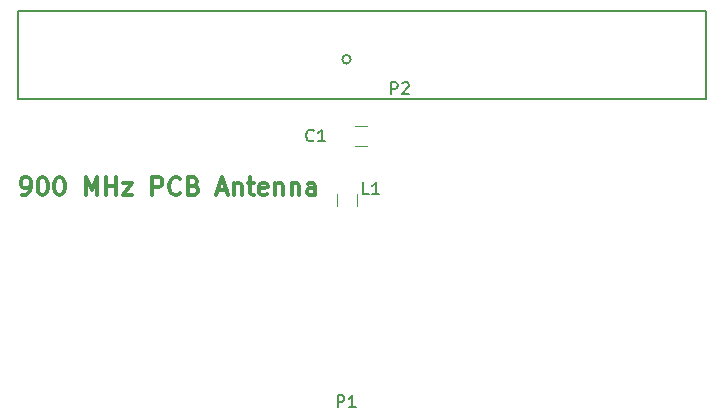
<source format=gbr>
*
%LPD*%
%LN915 PCB Antenna 01-F.SilkS*%
%FSLAX25Y25*%
%MOIN*%
%AD*%
%AD*%
%ADD32C,0.011811024*%
%ADD33C,0.005905512*%
%ADD34C,0.004724409*%
G54D32*
%SRX1Y1I0.0J0.0*%
G1X4188Y39380D2*
G1X5312Y39380D1*
G1X5875Y39662D1*
G1X6156Y39943D1*
G1X6719Y40786D1*
G1X7000Y41911D1*
G1X7000Y44161D1*
G1X6719Y44724D1*
G1X6437Y45005D1*
G1X5875Y45286D1*
G1X4750Y45286D1*
G1X4188Y45005D1*
G1X3906Y44724D1*
G1X3625Y44161D1*
G1X3625Y42755D1*
G1X3906Y42193D1*
G1X4188Y41911D1*
G1X4750Y41630D1*
G1X5875Y41630D1*
G1X6437Y41911D1*
G1X6719Y42193D1*
G1X7000Y42755D1*
G1X10656Y45286D2*
G1X11218Y45286D1*
G1X11780Y45005D1*
G1X12062Y44724D1*
G1X12343Y44161D1*
G1X12624Y43036D1*
G1X12624Y41630D1*
G1X12343Y40505D1*
G1X12062Y39943D1*
G1X11780Y39662D1*
G1X11218Y39380D1*
G1X10656Y39380D1*
G1X10093Y39662D1*
G1X9812Y39943D1*
G1X9531Y40505D1*
G1X9249Y41630D1*
G1X9249Y43036D1*
G1X9531Y44161D1*
G1X9812Y44724D1*
G1X10093Y45005D1*
G1X10656Y45286D1*
G1X16280Y45286D2*
G1X16842Y45286D1*
G1X17405Y45005D1*
G1X17686Y44724D1*
G1X17967Y44161D1*
G1X18248Y43036D1*
G1X18248Y41630D1*
G1X17967Y40505D1*
G1X17686Y39943D1*
G1X17405Y39662D1*
G1X16842Y39380D1*
G1X16280Y39380D1*
G1X15717Y39662D1*
G1X15436Y39943D1*
G1X15155Y40505D1*
G1X14874Y41630D1*
G1X14874Y43036D1*
G1X15155Y44161D1*
G1X15436Y44724D1*
G1X15717Y45005D1*
G1X16280Y45286D1*
G1X25279Y39380D2*
G1X25279Y45286D1*
G1X27247Y41068D1*
G1X29216Y45286D1*
G1X29216Y39380D1*
G1X32028Y39380D2*
G1X32028Y45286D1*
G1X32028Y42474D2*
G1X35402Y42474D1*
G1X35402Y39380D2*
G1X35402Y45286D1*
G1X37652Y43317D2*
G1X40746Y43317D1*
G1X37652Y39380D1*
G1X40746Y39380D1*
G1X47495Y39380D2*
G1X47495Y45286D1*
G1X49744Y45286D1*
G1X50307Y45005D1*
G1X50588Y44724D1*
G1X50869Y44161D1*
G1X50869Y43317D1*
G1X50588Y42755D1*
G1X50307Y42474D1*
G1X49744Y42193D1*
G1X47495Y42193D1*
G1X56775Y39943D2*
G1X56494Y39662D1*
G1X55650Y39380D1*
G1X55088Y39380D1*
G1X54244Y39662D1*
G1X53681Y40224D1*
G1X53400Y40786D1*
G1X53119Y41911D1*
G1X53119Y42755D1*
G1X53400Y43880D1*
G1X53681Y44442D1*
G1X54244Y45005D1*
G1X55088Y45286D1*
G1X55650Y45286D1*
G1X56494Y45005D1*
G1X56775Y44724D1*
G1X61274Y42474D2*
G1X62118Y42193D1*
G1X62399Y41911D1*
G1X62680Y41349D1*
G1X62680Y40505D1*
G1X62399Y39943D1*
G1X62118Y39662D1*
G1X61555Y39380D1*
G1X59306Y39380D1*
G1X59306Y45286D1*
G1X61274Y45286D1*
G1X61837Y45005D1*
G1X62118Y44724D1*
G1X62399Y44161D1*
G1X62399Y43599D1*
G1X62118Y43036D1*
G1X61837Y42755D1*
G1X61274Y42474D1*
G1X59306Y42474D1*
G1X69429Y41068D2*
G1X72242Y41068D1*
G1X68867Y39380D2*
G1X70836Y45286D1*
G1X72804Y39380D1*
G1X74773Y43317D2*
G1X74773Y39380D1*
G1X74773Y42755D2*
G1X75054Y43036D1*
G1X75616Y43317D1*
G1X76460Y43317D1*
G1X77022Y43036D1*
G1X77304Y42474D1*
G1X77304Y39380D1*
G1X79272Y43317D2*
G1X81522Y43317D1*
G1X80116Y45286D2*
G1X80116Y40224D1*
G1X80397Y39662D1*
G1X80959Y39380D1*
G1X81522Y39380D1*
G1X85740Y39662D2*
G1X85178Y39380D1*
G1X84053Y39380D1*
G1X83490Y39662D1*
G1X83209Y40224D1*
G1X83209Y42474D1*
G1X83490Y43036D1*
G1X84053Y43317D1*
G1X85178Y43317D1*
G1X85740Y43036D1*
G1X86021Y42474D1*
G1X86021Y41911D1*
G1X83209Y41349D1*
G1X88552Y43317D2*
G1X88552Y39380D1*
G1X88552Y42755D2*
G1X88833Y43036D1*
G1X89396Y43317D1*
G1X90239Y43317D1*
G1X90802Y43036D1*
G1X91083Y42474D1*
G1X91083Y39380D1*
G1X93895Y43317D2*
G1X93895Y39380D1*
G1X93895Y42755D2*
G1X94176Y43036D1*
G1X94739Y43317D1*
G1X95582Y43317D1*
G1X96145Y43036D1*
G1X96426Y42474D1*
G1X96426Y39380D1*
G1X101769Y39380D2*
G1X101769Y42474D1*
G1X101488Y43036D1*
G1X100926Y43317D1*
G1X99801Y43317D1*
G1X99238Y43036D1*
G1X101769Y39662D2*
G1X101207Y39380D1*
G1X99801Y39380D1*
G1X99238Y39662D1*
G1X98957Y40224D1*
G1X98957Y40786D1*
G1X99238Y41349D1*
G1X99801Y41630D1*
G1X101207Y41630D1*
G1X101769Y41911D1*
G1X113629Y84631D2*
G75*
G54D33*
G3X113629Y84631I-1420J0D1*
G74*
G1X2760Y74789D2*
G1X2760Y73214D1*
G1X231894Y74789D2*
G1X231894Y71246D1*
G1X2760Y74395D2*
G1X2760Y71246D1*
G1X81894Y71246D1*
G1X81500Y100773D2*
G1X2760Y100773D1*
G1X2760Y74789D1*
G1X81500Y71246D2*
G1X231894Y71246D1*
G1X231894Y74789D2*
G1X231894Y100773D1*
G1X81500Y100773D1*
G1X118906Y62398D2*
G54D34*
G1X114969Y62398D1*
G1X114969Y55706D2*
G1X118906Y55706D1*
G1X115584Y35683D2*
G1X115584Y39620D1*
G1X108891Y39620D2*
G1X108891Y35683D1*
G1X109299Y-31309D2*
G54D33*
G1X109299Y-27372D1*
G1X110799Y-27372D1*
G1X111174Y-27559D1*
G1X111361Y-27747D1*
G1X111549Y-28121D1*
G1X111549Y-28684D1*
G1X111361Y-29059D1*
G1X111174Y-29246D1*
G1X110799Y-29434D1*
G1X109299Y-29434D1*
G1X115298Y-31309D2*
G1X113048Y-31309D1*
G1X114173Y-31309D2*
G1X114173Y-27372D1*
G1X113798Y-27934D1*
G1X113423Y-28309D1*
G1X113048Y-28496D1*
G1X127015Y73022D2*
G1X127015Y76959D1*
G1X128515Y76959D1*
G1X128890Y76772D1*
G1X129078Y76584D1*
G1X129265Y76209D1*
G1X129265Y75647D1*
G1X129078Y75272D1*
G1X128890Y75084D1*
G1X128515Y74897D1*
G1X127015Y74897D1*
G1X130765Y76584D2*
G1X130952Y76772D1*
G1X131327Y76959D1*
G1X132265Y76959D1*
G1X132640Y76772D1*
G1X132827Y76584D1*
G1X133015Y76209D1*
G1X133015Y75834D1*
G1X132827Y75272D1*
G1X130577Y73022D1*
G1X133015Y73022D1*
G1X101282Y57646D2*
G1X101094Y57458D1*
G1X100532Y57271D1*
G1X100157Y57271D1*
G1X99594Y57458D1*
G1X99219Y57833D1*
G1X99032Y58208D1*
G1X98844Y58958D1*
G1X98844Y59521D1*
G1X99032Y60271D1*
G1X99219Y60646D1*
G1X99594Y61020D1*
G1X100157Y61208D1*
G1X100532Y61208D1*
G1X101094Y61020D1*
G1X101282Y60833D1*
G1X105031Y57271D2*
G1X102781Y57271D1*
G1X103906Y57271D2*
G1X103906Y61208D1*
G1X103531Y60646D1*
G1X103156Y60271D1*
G1X102781Y60083D1*
G1X119682Y39671D2*
G1X117807Y39671D1*
G1X117807Y43608D1*
G1X123056Y39671D2*
G1X120806Y39671D1*
G1X121931Y39671D2*
G1X121931Y43608D1*
G1X121556Y43046D1*
G1X121181Y42671D1*
G1X120806Y42483D1*
M2*

</source>
